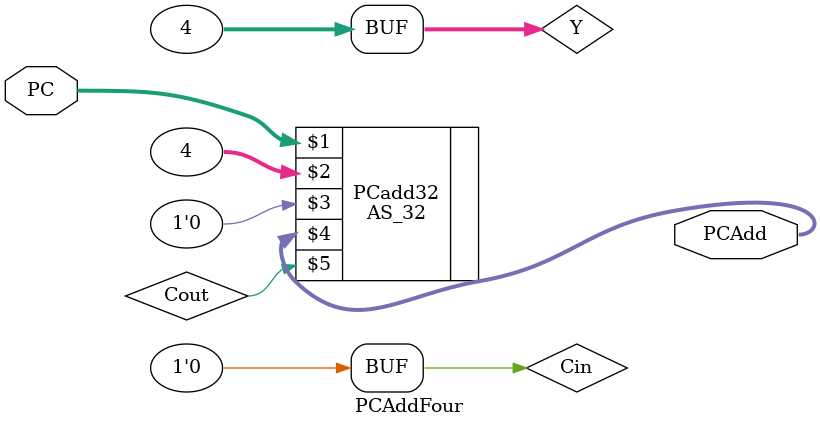
<source format=v>
module PCAddFour(PC, PCAdd);
  input [31:0] PC;
  output [31:0] PCAdd;
  
  wire [31:0]Y;
  wire Cin,Cout;
  
  assign Y = 32'b0000000000000100;
  assign Cin = 0;
  
  AS_32 PCadd32(PC, Y, Cin, PCAdd, Cout);//Ã¿´ÎÖ¸Áî´æ´¢Æ÷»á¶ÁÈ¡ËÄ¸ö´æ´¢µ¥Ôª
endmodule
</source>
